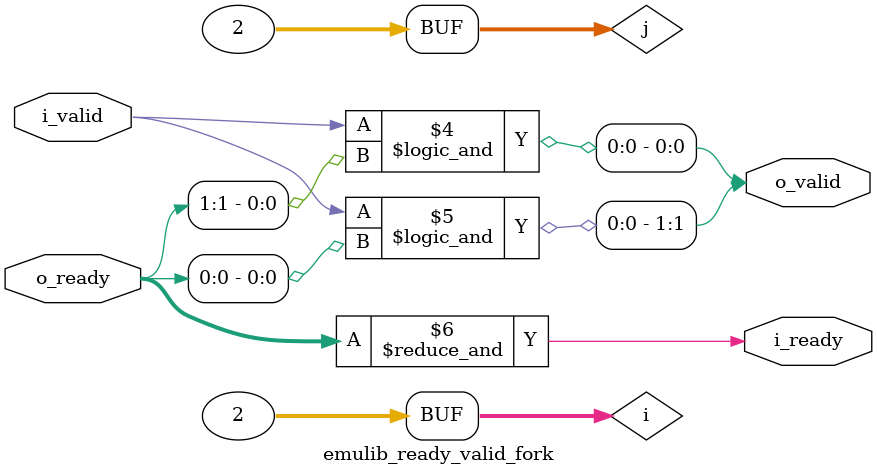
<source format=v>
`timescale 1ns / 1ps
`default_nettype none

module emulib_ready_valid_fork #(
    parameter   BRANCHES    = 2
)(
    input  wire                 i_valid,
    output wire                 i_ready,

    output reg  [BRANCHES-1:0]  o_valid,
    input  wire [BRANCHES-1:0]  o_ready
);

    integer i, j;

    always @* begin
        o_valid = {BRANCHES{i_valid}};
        for (i = 0; i < BRANCHES; i = i + 1)
            for (j = 0; j < BRANCHES; j = j + 1)
                if (i != j)
                    o_valid[i] = o_valid[i] && o_ready[j];
    end

    assign i_ready = &o_ready;

endmodule

`default_nettype wire

</source>
